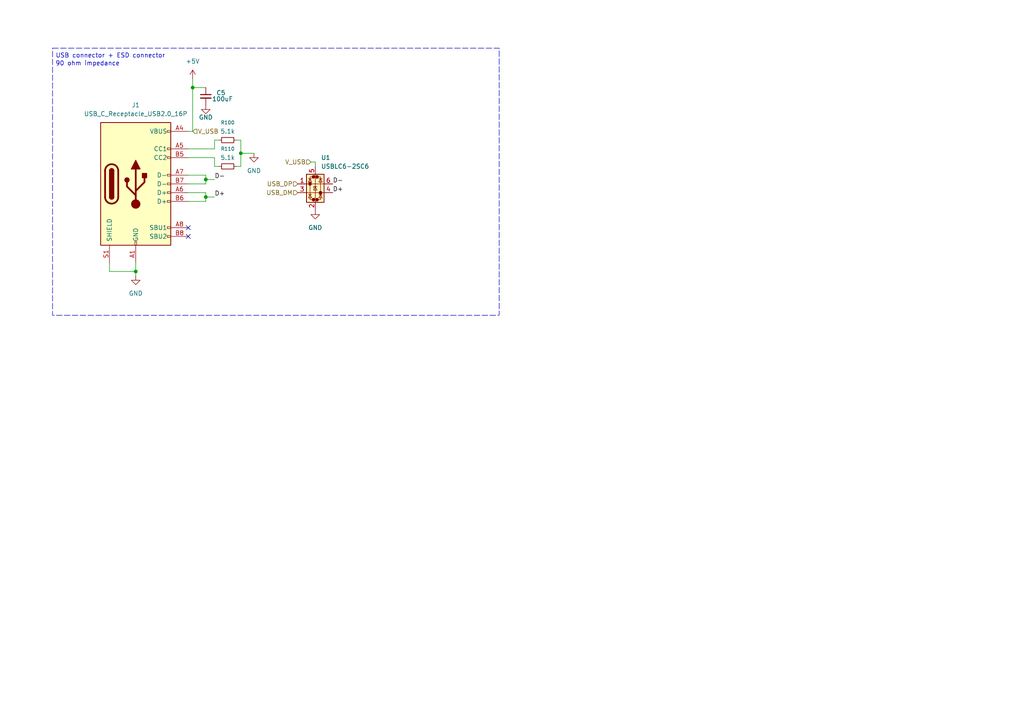
<source format=kicad_sch>
(kicad_sch (version 20250114) (generator "eeschema") (generator_version "9.0")
  (paper "A4")
  (lib_symbols
    (symbol "Connector:USB_C_Receptacle_USB2.0_16P" (pin_names (offset 1.016))
      (property "Reference" "J" (at 0 22.225 0))
      (property "Value" "USB_C_Receptacle_USB2.0_16P" (at 0 19.685 0))
      (symbol "USB_C_Receptacle_USB2.0_16P_0_0"
        (rectangle (start -0.254 -17.78) (end 0.254 -16.764))
        (rectangle (start 10.16 15.494) (end 9.144 14.986))
        (rectangle (start 10.16 10.414) (end 9.144 9.906))
        (rectangle (start 10.16 7.874) (end 9.144 7.366))
        (rectangle (start 10.16 2.794) (end 9.144 2.286))
        (rectangle (start 10.16 0.254) (end 9.144 -0.254))
        (rectangle (start 10.16 -2.286) (end 9.144 -2.794))
        (rectangle (start 10.16 -4.826) (end 9.144 -5.334))
        (rectangle (start 10.16 -12.446) (end 9.144 -12.954))
        (rectangle (start 10.16 -14.986) (end 9.144 -15.494))
      )
      (symbol "USB_C_Receptacle_USB2.0_16P_0_1"
        (rectangle (start -10.16 17.78) (end 10.16 -17.78) (stroke (width 0.254)) (fill (type background)))
        (polyline (pts (xy -8.89 -3.81) (xy -8.89 3.81)) (stroke (width 0.508)))
        (rectangle (start -7.62 -3.81) (end -6.35 3.81) (stroke (width 0.254)) (fill (type outline)))
        (arc (start -7.62 3.81) (mid -6.985 4.4423) (end -6.35 3.81) (stroke (width 0.254)))
        (arc (start -7.62 3.81) (mid -6.985 4.4423) (end -6.35 3.81) (stroke (width 0.254)) (fill (type outline)))
        (arc (start -8.89 3.81) (mid -6.985 5.7067) (end -5.08 3.81) (stroke (width 0.508)))
        (arc (start -5.08 -3.81) (mid -6.985 -5.7067) (end -8.89 -3.81) (stroke (width 0.508)))
        (arc (start -6.35 -3.81) (mid -6.985 -4.4423) (end -7.62 -3.81) (stroke (width 0.254)))
        (arc (start -6.35 -3.81) (mid -6.985 -4.4423) (end -7.62 -3.81) (stroke (width 0.254)) (fill (type outline)))
        (polyline (pts (xy -5.08 3.81) (xy -5.08 -3.81)) (stroke (width 0.508)))
        (circle (center -2.54 1.143) (radius 0.635) (stroke (width 0.254)) (fill (type outline)))
        (polyline (pts (xy -1.27 4.318) (xy 0 6.858) (xy 1.27 4.318) (xy -1.27 4.318)) (stroke (width 0.254)) (fill (type outline)))
        (polyline (pts (xy 0 -2.032) (xy 2.54 0.508) (xy 2.54 1.778)) (stroke (width 0.508)))
        (polyline (pts (xy 0 -3.302) (xy -2.54 -0.762) (xy -2.54 0.508)) (stroke (width 0.508)))
        (polyline (pts (xy 0 -5.842) (xy 0 4.318)) (stroke (width 0.508)))
        (circle (center 0 -5.842) (radius 1.27) (fill (type outline)))
        (rectangle (start 1.905 1.778) (end 3.175 3.048) (stroke (width 0.254)) (fill (type outline)))
      )
      (symbol "USB_C_Receptacle_USB2.0_16P_1_1"
        (pin passive line (at -7.62 -22.86 90) (length 5.08) (name "SHIELD") (number "S1"))
        (pin passive line (at 0 -22.86 90) (length 5.08) (name "GND") (number "A1"))
        (pin passive line (at 0 -22.86 90) (length 5.08) (hide yes) (name "GND") (number "A12"))
        (pin passive line (at 0 -22.86 90) (length 5.08) (hide yes) (name "GND") (number "B1"))
        (pin passive line (at 0 -22.86 90) (length 5.08) (hide yes) (name "GND") (number "B12"))
        (pin passive line (at 15.24 15.24 180) (length 5.08) (name "VBUS") (number "A4"))
        (pin passive line (at 15.24 15.24 180) (length 5.08) (hide yes) (name "VBUS") (number "A9"))
        (pin passive line (at 15.24 15.24 180) (length 5.08) (hide yes) (name "VBUS") (number "B4"))
        (pin passive line (at 15.24 15.24 180) (length 5.08) (hide yes) (name "VBUS") (number "B9"))
        (pin bidirectional line (at 15.24 10.16 180) (length 5.08) (name "CC1") (number "A5"))
        (pin bidirectional line (at 15.24 7.62 180) (length 5.08) (name "CC2") (number "B5"))
        (pin bidirectional line (at 15.24 2.54 180) (length 5.08) (name "D-") (number "A7"))
        (pin bidirectional line (at 15.24 0 180) (length 5.08) (name "D-") (number "B7"))
        (pin bidirectional line (at 15.24 -2.54 180) (length 5.08) (name "D+") (number "A6"))
        (pin bidirectional line (at 15.24 -5.08 180) (length 5.08) (name "D+") (number "B6"))
        (pin bidirectional line (at 15.24 -12.7 180) (length 5.08) (name "SBU1") (number "A8"))
        (pin bidirectional line (at 15.24 -15.24 180) (length 5.08) (name "SBU2") (number "B8"))
      )
    )
    (symbol "Device:C_Small" (pin_numbers (hide yes)) (pin_names (offset 0.254) (hide yes))
      (property "Reference" "C" (at 0.254 1.778 0))
      (property "Value" "C_Small" (at 0.254 -2.032 0))
      (symbol "C_Small_0_1"
        (polyline (pts (xy -1.524 0.508) (xy 1.524 0.508)) (stroke (width 0.3048)))
        (polyline (pts (xy -1.524 -0.508) (xy 1.524 -0.508)) (stroke (width 0.3302)))
      )
      (symbol "C_Small_1_1"
        (pin passive line (at 0 2.54 270) (length 2.032) (name "~") (number "1"))
        (pin passive line (at 0 -2.54 90) (length 2.032) (name "~") (number "2"))
      )
    )
    (symbol "Device:R_Small" (pin_numbers (hide yes)) (pin_names (offset 0.254) (hide yes))
      (property "Reference" "R" (at 0 0 90))
      (property "Value" "R_Small" (at 1.778 0 90))
      (symbol "R_Small_0_1"
        (rectangle (start -0.762 1.778) (end 0.762 -1.778) (stroke (width 0.2032)))
      )
      (symbol "R_Small_1_1"
        (pin passive line (at 0 2.54 270) (length 0.762) (name "~") (number "1"))
        (pin passive line (at 0 -2.54 90) (length 0.762) (name "~") (number "2"))
      )
    )
    (symbol "Power_Protection:USBLC6-2SC6" (pin_names (hide yes))
      (property "Reference" "U" (at 0.635 5.715 0))
      (property "Value" "USBLC6-2SC6" (at 0.635 3.81 0))
      (symbol "USBLC6-2SC6_0_0"
        (circle (center -1.524 0) (radius 0.0001) (stroke (width 0.508)))
        (circle (center -0.508 2.032) (radius 0.0001) (stroke (width 0.508)))
        (circle (center -0.508 -4.572) (radius 0.0001) (stroke (width 0.508)))
        (circle (center 0.508 2.032) (radius 0.0001) (stroke (width 0.508)))
        (circle (center 0.508 -4.572) (radius 0.0001) (stroke (width 0.508)))
        (circle (center 1.524 -2.54) (radius 0.0001) (stroke (width 0.508)))
      )
      (symbol "USBLC6-2SC6_0_1"
        (polyline (pts (xy -2.54 0) (xy 2.54 0)))
        (polyline (pts (xy -2.54 -2.54) (xy 2.54 -2.54)))
        (polyline (pts (xy -2.032 0.508) (xy -1.016 0.508) (xy -1.524 1.524) (xy -2.032 0.508)))
        (polyline (pts (xy -2.032 -3.048) (xy -1.016 -3.048)))
        (polyline (pts (xy -1.016 1.524) (xy -2.032 1.524)))
        (polyline (pts (xy -1.016 -4.064) (xy -2.032 -4.064) (xy -1.524 -3.048) (xy -1.016 -4.064)))
        (polyline (pts (xy -0.508 -1.143) (xy -0.508 -0.762) (xy 0.508 -0.762)))
        (polyline (pts (xy 0 2.54) (xy -0.508 2.032) (xy 0.508 2.032) (xy 0 1.524) (xy 0 -4.064) (xy -0.508 -4.572) (xy 0.508 -4.572) (xy 0 -5.08)))
        (polyline (pts (xy 0.508 -1.778) (xy -0.508 -1.778) (xy 0 -0.762) (xy 0.508 -1.778)))
        (polyline (pts (xy 1.016 1.524) (xy 2.032 1.524)))
        (polyline (pts (xy 1.016 -3.048) (xy 2.032 -3.048)))
        (polyline (pts (xy 2.032 0.508) (xy 1.016 0.508) (xy 1.524 1.524) (xy 2.032 0.508)))
        (polyline (pts (xy 2.032 -4.064) (xy 1.016 -4.064) (xy 1.524 -3.048) (xy 2.032 -4.064)))
      )
      (symbol "USBLC6-2SC6_1_1"
        (rectangle (start -2.54 2.794) (end 2.54 -5.334) (stroke (width 0.254)) (fill (type background)))
        (polyline (pts (xy -0.508 2.032) (xy -1.524 2.032) (xy -1.524 -4.572) (xy -0.508 -4.572)))
        (polyline (pts (xy 0.508 -4.572) (xy 1.524 -4.572) (xy 1.524 2.032) (xy 0.508 2.032)))
        (pin passive line (at -5.08 0 0) (length 2.54) (name "I/O1") (number "1"))
        (pin passive line (at -5.08 -2.54 0) (length 2.54) (name "I/O2") (number "3"))
        (pin passive line (at 0 5.08 270) (length 2.54) (name "VBUS") (number "5"))
        (pin passive line (at 0 -7.62 90) (length 2.54) (name "GND") (number "2"))
        (pin passive line (at 5.08 0 180) (length 2.54) (name "I/O1") (number "6"))
        (pin passive line (at 5.08 -2.54 180) (length 2.54) (name "I/O2") (number "4"))
      )
    )
    (symbol "power:+5V" (power) (pin_numbers (hide yes)) (pin_names (offset 0) (hide yes))
      (property "Value" "+5V" (at 0 3.556 0))
      (symbol "+5V_0_1"
        (polyline (pts (xy -0.762 1.27) (xy 0 2.54)))
        (polyline (pts (xy 0 2.54) (xy 0.762 1.27)))
        (polyline (pts (xy 0 0) (xy 0 2.54)))
      )
      (symbol "+5V_1_1"
        (pin power_in line (at 0 0 90) (length 0) (name "~") (number "1"))
      )
    )
    (symbol "power:GND" (power) (pin_numbers (hide yes)) (pin_names (offset 0) (hide yes))
      (property "Value" "GND" (at 0 -3.81 0))
      (symbol "GND_0_1"
        (polyline (pts (xy 0 0) (xy 0 -1.27) (xy 1.27 -1.27) (xy 0 -2.54) (xy -1.27 -1.27) (xy 0 -1.27)))
      )
      (symbol "GND_1_1"
        (pin power_in line (at 0 0 270) (length 0) (name "~") (number "1"))
      )
    )
  )
  (rectangle (start 15.24 13.97) (end 144.78 91.44) (stroke (width 0) (type dash)))
  (text "90 ohm impedance \n" (at 25.908 18.542 0) (effects (font (size 1.27 1.27))))
  (text "USB connector + ESD connector " (at 32.512 16.256 0) (effects (font (size 1.27 1.27))))
  (junction (at 59.69 52.07))
  (junction (at 69.85 44.45))
  (junction (at 55.88 25.4))
  (junction (at 39.37 78.74))
  (junction (at 59.69 57.15))
  (no_connect (at 54.61 66.04))
  (no_connect (at 54.61 68.58))
  (wire (pts (xy 55.88 22.86) (xy 55.88 25.4)))
  (wire (pts (xy 68.58 40.64) (xy 69.85 40.64)))
  (wire (pts (xy 62.23 43.18) (xy 62.23 40.64)))
  (wire (pts (xy 69.85 44.45) (xy 73.66 44.45)))
  (wire (pts (xy 59.69 58.42) (xy 54.61 58.42)))
  (wire (pts (xy 90.17 46.99) (xy 91.44 46.99)))
  (wire (pts (xy 55.88 25.4) (xy 55.88 38.1)))
  (wire (pts (xy 54.61 53.34) (xy 59.69 53.34)))
  (wire (pts (xy 91.44 46.99) (xy 91.44 48.26)))
  (wire (pts (xy 62.23 52.07) (xy 59.69 52.07)))
  (wire (pts (xy 62.23 40.64) (xy 63.5 40.64)))
  (wire (pts (xy 54.61 50.8) (xy 59.69 50.8)))
  (wire (pts (xy 31.75 76.2) (xy 31.75 78.74)))
  (wire (pts (xy 55.88 38.1) (xy 54.61 38.1)))
  (wire (pts (xy 69.85 40.64) (xy 69.85 44.45)))
  (wire (pts (xy 59.69 57.15) (xy 59.69 58.42)))
  (wire (pts (xy 39.37 78.74) (xy 39.37 80.01)))
  (wire (pts (xy 62.23 45.72) (xy 62.23 48.26)))
  (wire (pts (xy 54.61 55.88) (xy 59.69 55.88)))
  (wire (pts (xy 62.23 48.26) (xy 63.5 48.26)))
  (wire (pts (xy 59.69 50.8) (xy 59.69 52.07)))
  (wire (pts (xy 59.69 55.88) (xy 59.69 57.15)))
  (wire (pts (xy 54.61 43.18) (xy 62.23 43.18)))
  (wire (pts (xy 68.58 48.26) (xy 69.85 48.26)))
  (wire (pts (xy 31.75 78.74) (xy 39.37 78.74)))
  (wire (pts (xy 69.85 48.26) (xy 69.85 44.45)))
  (wire (pts (xy 59.69 57.15) (xy 62.23 57.15)))
  (wire (pts (xy 55.88 25.4) (xy 59.69 25.4)))
  (wire (pts (xy 54.61 45.72) (xy 62.23 45.72)))
  (wire (pts (xy 59.69 52.07) (xy 59.69 53.34)))
  (wire (pts (xy 39.37 78.74) (xy 39.37 76.2)))
  (label "D+" (at 62.23 57.15 0))
  (label "D-" (at 96.52 53.34 0))
  (label "D+" (at 96.52 55.88 0))
  (label "D-" (at 62.23 52.07 0))
  (hierarchical_label "USB_DP" (shape input) (at 86.36 53.34 180))
  (hierarchical_label "V_USB" (shape input) (at 55.88 38.1 0))
  (hierarchical_label "V_USB" (shape input) (at 90.17 46.99 180))
  (hierarchical_label "USB_DM" (shape input) (at 86.36 55.88 180))
  (symbol (lib_id "power:GND") (at 91.44 60.96 0) (unit 1)
    (property "Reference" "#PWR033" (effects (hide yes)))
    (property "Value" "GND" (at 91.44 66.04 0))
    (property "Description" "Power symbol creates a global label with name \"GND\" , ground" (effects (hide yes)))
  )
  (symbol (lib_id "Device:C_Small") (at 59.69 27.94 0) (unit 1)
    (property "Reference" "C5" (at 62.738 26.924 0) (effects (justify left)))
    (property "Value" "100uF" (at 61.468 28.702 0) (effects (justify left)))
    (property "Footprint" "Capacitor_SMD:C_0603_1608Metric" (effects (hide yes)))
    (property "Description" "Unpolarized capacitor, small symbol" (effects (hide yes)))
  )
  (symbol (lib_id "Device:R_Small") (at 66.04 40.64 90) (unit 1)
    (property "Reference" "R100" (at 66.04 35.56 90) (effects (font (size 1.016 1.016))))
    (property "Value" "5.1k" (at 66.04 38.1 90))
    (property "Footprint" "Resistor_SMD:R_0603_1608Metric" (effects (hide yes)))
    (property "Description" "Resistor, small symbol" (effects (hide yes)))
  )
  (symbol (lib_id "power:+5V") (at 55.88 22.86 0) (unit 1)
    (property "Reference" "#PWR030" (effects (hide yes)))
    (property "Value" "+5V" (at 55.88 17.78 0))
    (property "Description" "Power symbol creates a global label with name \"+5V\"" (effects (hide yes)))
  )
  (symbol (lib_id "power:GND") (at 59.69 30.48 0) (unit 1)
    (property "Reference" "#PWR031" (effects (hide yes)))
    (property "Value" "GND" (at 59.69 34.036 0))
    (property "Description" "Power symbol creates a global label with name \"GND\" , ground" (effects (hide yes)))
  )
  (symbol (lib_id "power:GND") (at 73.66 44.45 0) (unit 1)
    (property "Reference" "#PWR032" (effects (hide yes)))
    (property "Value" "GND" (at 73.66 49.53 0))
    (property "Description" "Power symbol creates a global label with name \"GND\" , ground" (effects (hide yes)))
  )
  (symbol (lib_id "Connector:USB_C_Receptacle_USB2.0_16P") (at 39.37 53.34 0) (unit 1)
    (property "Reference" "J1" (at 39.37 30.48 0))
    (property "Value" "USB_C_Receptacle_USB2.0_16P" (at 39.37 33.02 0))
    (property "Footprint" "Connector_USB:USB_C_Receptacle_GCT_USB4105-xx-A_16P_TopMnt_Horizontal" (effects (hide yes)))
    (property "Datasheet" "https://www.usb.org/sites/default/files/documents/usb_type-c.zip" (effects (hide yes)))
    (property "Description" "USB 2.0-only 16P Type-C Receptacle connector" (effects (hide yes)))
  )
  (symbol (lib_id "Device:R_Small") (at 66.04 48.26 90) (unit 1)
    (property "Reference" "R110" (at 66.04 43.18 90) (effects (font (size 1.016 1.016))))
    (property "Value" "5.1k" (at 66.04 45.72 90))
    (property "Footprint" "Resistor_SMD:R_0603_1608Metric" (effects (hide yes)))
    (property "Description" "Resistor, small symbol" (effects (hide yes)))
  )
  (symbol (lib_id "power:GND") (at 39.37 80.01 0) (unit 1)
    (property "Reference" "#PWR011" (effects (hide yes)))
    (property "Value" "GND" (at 39.37 85.09 0))
    (property "Description" "Power symbol creates a global label with name \"GND\" , ground" (effects (hide yes)))
  )
  (symbol (lib_id "Power_Protection:USBLC6-2SC6") (at 91.44 53.34 0) (unit 1)
    (property "Reference" "U1" (at 93.0911 45.72 0) (effects (justify left)))
    (property "Value" "USBLC6-2SC6" (at 93.0911 48.26 0) (effects (justify left)))
    (property "Footprint" "Package_TO_SOT_SMD:SOT-23-6" (effects (hide yes)))
    (property "Datasheet" "https://www.st.com/resource/en/datasheet/usblc6-2.pdf" (effects (hide yes)))
    (property "Description" "Very low capacitance ESD protection diode, 2 data-line, SOT-23-6" (effects (hide yes)))
  )
)
</source>
